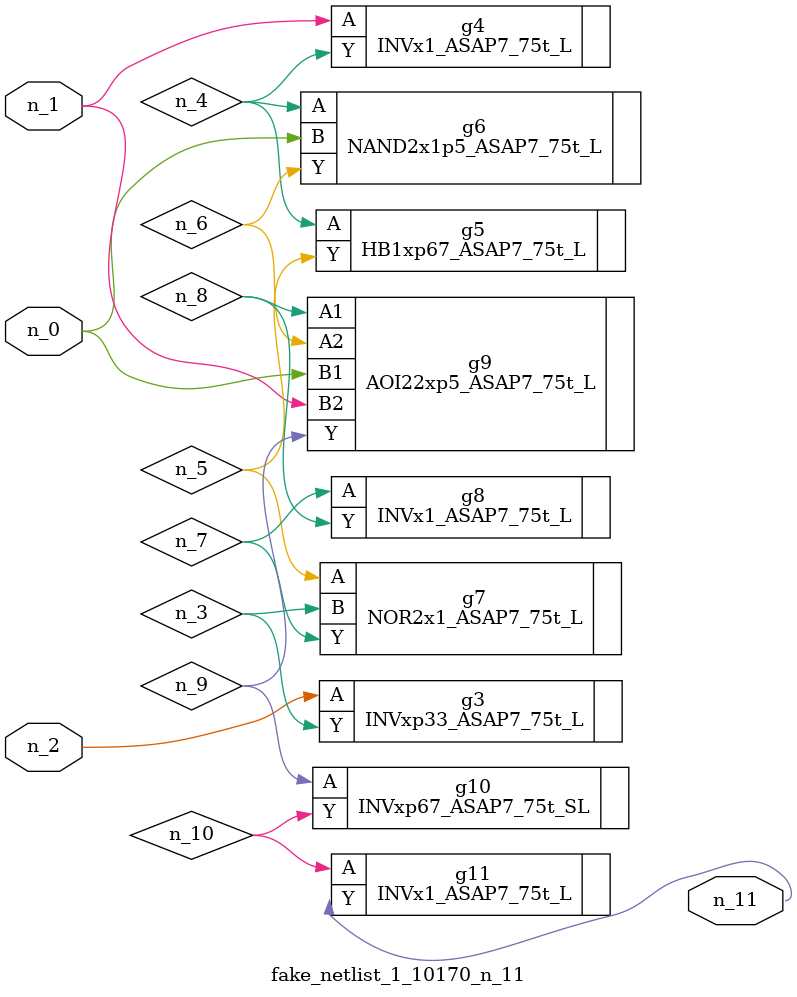
<source format=v>
module fake_netlist_1_10170_n_11 (n_1, n_2, n_0, n_11);
input n_1;
input n_2;
input n_0;
output n_11;
wire n_6;
wire n_4;
wire n_3;
wire n_9;
wire n_5;
wire n_7;
wire n_10;
wire n_8;
INVxp33_ASAP7_75t_L g3 ( .A(n_2), .Y(n_3) );
INVx1_ASAP7_75t_L g4 ( .A(n_1), .Y(n_4) );
HB1xp67_ASAP7_75t_L g5 ( .A(n_4), .Y(n_5) );
NAND2x1p5_ASAP7_75t_L g6 ( .A(n_4), .B(n_0), .Y(n_6) );
NOR2x1_ASAP7_75t_L g7 ( .A(n_5), .B(n_3), .Y(n_7) );
INVx1_ASAP7_75t_L g8 ( .A(n_7), .Y(n_8) );
AOI22xp5_ASAP7_75t_L g9 ( .A1(n_8), .A2(n_6), .B1(n_0), .B2(n_1), .Y(n_9) );
INVxp67_ASAP7_75t_SL g10 ( .A(n_9), .Y(n_10) );
INVx1_ASAP7_75t_L g11 ( .A(n_10), .Y(n_11) );
endmodule
</source>
